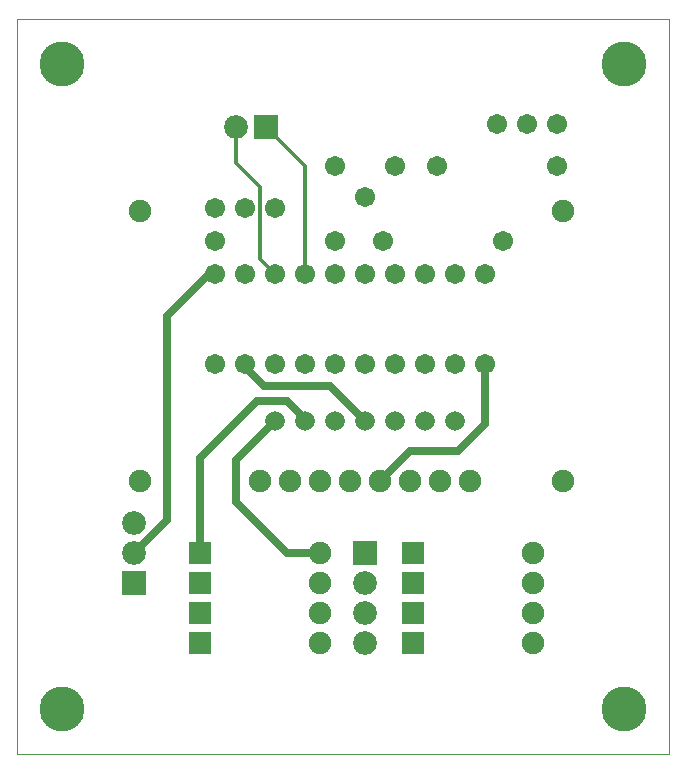
<source format=gtl>
G04 #@! TF.FileFunction,Copper,L1,Top,Signal*
%FSLAX46Y46*%
G04 Gerber Fmt 4.6, Leading zero omitted, Abs format (unit mm)*
G04 Created by KiCad (PCBNEW 4.0.1-stable) date 11/23/16 13:41:23*
%MOMM*%
G01*
G04 APERTURE LIST*
%ADD10C,0.100000*%
%ADD11C,1.716000*%
%ADD12R,1.916000X1.916000*%
%ADD13C,1.916000*%
%ADD14R,2.016000X2.016000*%
%ADD15C,2.016000*%
%ADD16C,1.662000*%
%ADD17C,3.800000*%
%ADD18C,0.635000*%
%ADD19C,0.304800*%
G04 APERTURE END LIST*
D10*
X96520000Y-57150000D02*
X96520000Y-56515000D01*
X96520000Y-56515000D02*
X96520000Y-57150000D01*
X96520000Y-55880000D02*
X96520000Y-56515000D01*
X151765000Y-55880000D02*
X96520000Y-55880000D01*
X151765000Y-118110000D02*
X151765000Y-55880000D01*
X96520000Y-118110000D02*
X151765000Y-118110000D01*
X96520000Y-56515000D02*
X96520000Y-118110000D01*
D11*
X113284000Y-71882000D03*
X115824000Y-71882000D03*
X118364000Y-71882000D03*
D12*
X112014520Y-101089460D03*
D13*
X122174000Y-101092000D03*
D12*
X112014520Y-103629460D03*
D13*
X122174000Y-103632000D03*
D12*
X112014520Y-106169460D03*
D13*
X122174000Y-106172000D03*
D12*
X112014520Y-108709460D03*
D13*
X122174000Y-108712000D03*
D12*
X130048520Y-101089460D03*
D13*
X140208000Y-101092000D03*
D12*
X130048520Y-103629460D03*
D13*
X140208000Y-103632000D03*
D12*
X130048520Y-106169460D03*
D13*
X140208000Y-106172000D03*
D12*
X130048520Y-108709460D03*
D13*
X140208000Y-108712000D03*
D14*
X106426000Y-103632000D03*
D15*
X106426000Y-101092000D03*
X106426000Y-98552000D03*
D14*
X117602000Y-65024000D03*
D15*
X115062000Y-65024000D03*
D14*
X125984000Y-101092000D03*
D15*
X125984000Y-103632000D03*
X125984000Y-106172000D03*
X125984000Y-108712000D03*
D11*
X128524000Y-68326000D03*
X125984000Y-70993000D03*
X123444000Y-68326000D03*
X127508000Y-74676000D03*
X137668000Y-74676000D03*
X142240000Y-68326000D03*
X132080000Y-68326000D03*
X113284000Y-74676000D03*
X123444000Y-74676000D03*
D13*
X106934000Y-94996000D03*
X106934000Y-72136000D03*
X142748000Y-94996000D03*
X142748000Y-72136000D03*
D11*
X113284000Y-85090000D03*
X115824000Y-85090000D03*
X118364000Y-85090000D03*
X120904000Y-85090000D03*
X123444000Y-85090000D03*
X125984000Y-85090000D03*
X128524000Y-85090000D03*
X131064000Y-85090000D03*
X133604000Y-85090000D03*
X136144000Y-85090000D03*
X136144000Y-77470000D03*
X133604000Y-77470000D03*
X131064000Y-77470000D03*
X128524000Y-77470000D03*
X125984000Y-77470000D03*
X123444000Y-77470000D03*
X120904000Y-77470000D03*
X118364000Y-77470000D03*
X115824000Y-77470000D03*
X113284000Y-77470000D03*
D13*
X117094000Y-94996000D03*
D16*
X118364000Y-89916000D03*
D13*
X119634000Y-94996000D03*
D16*
X120904000Y-89916000D03*
D13*
X122174000Y-94996000D03*
D16*
X123444000Y-89916000D03*
D13*
X124714000Y-94996000D03*
D16*
X125984000Y-89916000D03*
D13*
X127254000Y-94996000D03*
D16*
X128524000Y-89916000D03*
D13*
X129794000Y-94996000D03*
D16*
X131064000Y-89916000D03*
D13*
X132334000Y-94996000D03*
D16*
X133604000Y-89916000D03*
D13*
X134874000Y-94996000D03*
D11*
X139700000Y-64770000D03*
X142240000Y-64770000D03*
X137160000Y-64770000D03*
D17*
X100330000Y-59690000D03*
X147955000Y-59690000D03*
X147955000Y-114300000D03*
X100330000Y-114300000D03*
D18*
X115824000Y-85090000D02*
X115824000Y-85344000D01*
X115824000Y-85344000D02*
X117475000Y-86995000D01*
X123063000Y-86995000D02*
X125984000Y-89916000D01*
X117475000Y-86995000D02*
X123063000Y-86995000D01*
X120904000Y-89916000D02*
X120904000Y-89789000D01*
X120904000Y-89789000D02*
X119380000Y-88265000D01*
X119380000Y-88265000D02*
X116840000Y-88265000D01*
X116840000Y-88265000D02*
X112014520Y-93090480D01*
X112014520Y-93090480D02*
X112014520Y-101089460D01*
X122174000Y-101092000D02*
X119380000Y-101092000D01*
X119380000Y-101092000D02*
X115062000Y-96774000D01*
X115062000Y-96774000D02*
X115062000Y-93218000D01*
X115062000Y-93218000D02*
X118364000Y-89916000D01*
X113284000Y-77470000D02*
X112776000Y-77470000D01*
X112776000Y-77470000D02*
X109220000Y-81026000D01*
X109220000Y-98298000D02*
X106426000Y-101092000D01*
X109220000Y-81026000D02*
X109220000Y-98298000D01*
X136144000Y-85090000D02*
X136144000Y-90170000D01*
X129794000Y-92456000D02*
X127254000Y-94996000D01*
X133858000Y-92456000D02*
X129794000Y-92456000D01*
X136144000Y-90170000D02*
X133858000Y-92456000D01*
D19*
X117602000Y-65024000D02*
X120904000Y-68326000D01*
X120904000Y-68326000D02*
X120904000Y-77470000D01*
X115062000Y-65024000D02*
X115062000Y-68072000D01*
X117094000Y-76200000D02*
X118364000Y-77470000D01*
X117094000Y-70104000D02*
X117094000Y-76200000D01*
X115062000Y-68072000D02*
X117094000Y-70104000D01*
M02*

</source>
